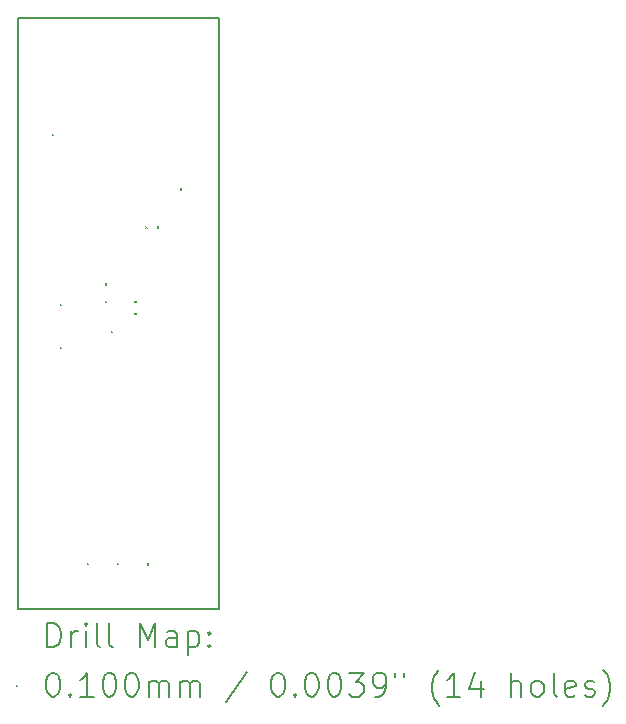
<source format=gbr>
%TF.GenerationSoftware,KiCad,Pcbnew,8.0.1*%
%TF.CreationDate,2024-10-17T14:11:02-05:00*%
%TF.ProjectId,sip-board,7369702d-626f-4617-9264-2e6b69636164,rev?*%
%TF.SameCoordinates,Original*%
%TF.FileFunction,Drillmap*%
%TF.FilePolarity,Positive*%
%FSLAX45Y45*%
G04 Gerber Fmt 4.5, Leading zero omitted, Abs format (unit mm)*
G04 Created by KiCad (PCBNEW 8.0.1) date 2024-10-17 14:11:02*
%MOMM*%
%LPD*%
G01*
G04 APERTURE LIST*
%ADD10C,0.200000*%
%ADD11C,0.100000*%
G04 APERTURE END LIST*
D10*
X13700000Y-7862000D02*
X15400000Y-7862000D01*
X15400000Y-12862000D01*
X13700000Y-12862000D01*
X13700000Y-7862000D01*
D11*
X13987000Y-8841000D02*
X13997000Y-8851000D01*
X13997000Y-8841000D02*
X13987000Y-8851000D01*
X14057000Y-10278000D02*
X14067000Y-10288000D01*
X14067000Y-10278000D02*
X14057000Y-10288000D01*
X14057000Y-10642000D02*
X14067000Y-10652000D01*
X14067000Y-10642000D02*
X14057000Y-10652000D01*
X14282000Y-12474000D02*
X14292000Y-12484000D01*
X14292000Y-12474000D02*
X14282000Y-12484000D01*
X14436000Y-10105000D02*
X14446000Y-10115000D01*
X14446000Y-10105000D02*
X14436000Y-10115000D01*
X14436000Y-10255000D02*
X14446000Y-10265000D01*
X14446000Y-10255000D02*
X14436000Y-10265000D01*
X14486000Y-10505000D02*
X14496000Y-10515000D01*
X14496000Y-10505000D02*
X14486000Y-10515000D01*
X14536000Y-12474000D02*
X14546000Y-12484000D01*
X14546000Y-12474000D02*
X14536000Y-12484000D01*
X14687000Y-10254000D02*
X14697000Y-10264000D01*
X14697000Y-10254000D02*
X14687000Y-10264000D01*
X14687000Y-10354000D02*
X14697000Y-10364000D01*
X14697000Y-10354000D02*
X14687000Y-10364000D01*
X14780000Y-9623000D02*
X14790000Y-9633000D01*
X14790000Y-9623000D02*
X14780000Y-9633000D01*
X14790000Y-12476000D02*
X14800000Y-12486000D01*
X14800000Y-12476000D02*
X14790000Y-12486000D01*
X14877000Y-9623000D02*
X14887000Y-9633000D01*
X14887000Y-9623000D02*
X14877000Y-9633000D01*
X15070000Y-9301000D02*
X15080000Y-9311000D01*
X15080000Y-9301000D02*
X15070000Y-9311000D01*
D10*
X13950777Y-13183484D02*
X13950777Y-12983484D01*
X13950777Y-12983484D02*
X13998396Y-12983484D01*
X13998396Y-12983484D02*
X14026967Y-12993008D01*
X14026967Y-12993008D02*
X14046015Y-13012055D01*
X14046015Y-13012055D02*
X14055539Y-13031103D01*
X14055539Y-13031103D02*
X14065062Y-13069198D01*
X14065062Y-13069198D02*
X14065062Y-13097769D01*
X14065062Y-13097769D02*
X14055539Y-13135865D01*
X14055539Y-13135865D02*
X14046015Y-13154912D01*
X14046015Y-13154912D02*
X14026967Y-13173960D01*
X14026967Y-13173960D02*
X13998396Y-13183484D01*
X13998396Y-13183484D02*
X13950777Y-13183484D01*
X14150777Y-13183484D02*
X14150777Y-13050150D01*
X14150777Y-13088246D02*
X14160301Y-13069198D01*
X14160301Y-13069198D02*
X14169824Y-13059674D01*
X14169824Y-13059674D02*
X14188872Y-13050150D01*
X14188872Y-13050150D02*
X14207920Y-13050150D01*
X14274586Y-13183484D02*
X14274586Y-13050150D01*
X14274586Y-12983484D02*
X14265062Y-12993008D01*
X14265062Y-12993008D02*
X14274586Y-13002531D01*
X14274586Y-13002531D02*
X14284110Y-12993008D01*
X14284110Y-12993008D02*
X14274586Y-12983484D01*
X14274586Y-12983484D02*
X14274586Y-13002531D01*
X14398396Y-13183484D02*
X14379348Y-13173960D01*
X14379348Y-13173960D02*
X14369824Y-13154912D01*
X14369824Y-13154912D02*
X14369824Y-12983484D01*
X14503158Y-13183484D02*
X14484110Y-13173960D01*
X14484110Y-13173960D02*
X14474586Y-13154912D01*
X14474586Y-13154912D02*
X14474586Y-12983484D01*
X14731729Y-13183484D02*
X14731729Y-12983484D01*
X14731729Y-12983484D02*
X14798396Y-13126341D01*
X14798396Y-13126341D02*
X14865062Y-12983484D01*
X14865062Y-12983484D02*
X14865062Y-13183484D01*
X15046015Y-13183484D02*
X15046015Y-13078722D01*
X15046015Y-13078722D02*
X15036491Y-13059674D01*
X15036491Y-13059674D02*
X15017443Y-13050150D01*
X15017443Y-13050150D02*
X14979348Y-13050150D01*
X14979348Y-13050150D02*
X14960301Y-13059674D01*
X15046015Y-13173960D02*
X15026967Y-13183484D01*
X15026967Y-13183484D02*
X14979348Y-13183484D01*
X14979348Y-13183484D02*
X14960301Y-13173960D01*
X14960301Y-13173960D02*
X14950777Y-13154912D01*
X14950777Y-13154912D02*
X14950777Y-13135865D01*
X14950777Y-13135865D02*
X14960301Y-13116817D01*
X14960301Y-13116817D02*
X14979348Y-13107293D01*
X14979348Y-13107293D02*
X15026967Y-13107293D01*
X15026967Y-13107293D02*
X15046015Y-13097769D01*
X15141253Y-13050150D02*
X15141253Y-13250150D01*
X15141253Y-13059674D02*
X15160301Y-13050150D01*
X15160301Y-13050150D02*
X15198396Y-13050150D01*
X15198396Y-13050150D02*
X15217443Y-13059674D01*
X15217443Y-13059674D02*
X15226967Y-13069198D01*
X15226967Y-13069198D02*
X15236491Y-13088246D01*
X15236491Y-13088246D02*
X15236491Y-13145388D01*
X15236491Y-13145388D02*
X15226967Y-13164436D01*
X15226967Y-13164436D02*
X15217443Y-13173960D01*
X15217443Y-13173960D02*
X15198396Y-13183484D01*
X15198396Y-13183484D02*
X15160301Y-13183484D01*
X15160301Y-13183484D02*
X15141253Y-13173960D01*
X15322205Y-13164436D02*
X15331729Y-13173960D01*
X15331729Y-13173960D02*
X15322205Y-13183484D01*
X15322205Y-13183484D02*
X15312682Y-13173960D01*
X15312682Y-13173960D02*
X15322205Y-13164436D01*
X15322205Y-13164436D02*
X15322205Y-13183484D01*
X15322205Y-13059674D02*
X15331729Y-13069198D01*
X15331729Y-13069198D02*
X15322205Y-13078722D01*
X15322205Y-13078722D02*
X15312682Y-13069198D01*
X15312682Y-13069198D02*
X15322205Y-13059674D01*
X15322205Y-13059674D02*
X15322205Y-13078722D01*
D11*
X13680000Y-13507000D02*
X13690000Y-13517000D01*
X13690000Y-13507000D02*
X13680000Y-13517000D01*
D10*
X13988872Y-13403484D02*
X14007920Y-13403484D01*
X14007920Y-13403484D02*
X14026967Y-13413008D01*
X14026967Y-13413008D02*
X14036491Y-13422531D01*
X14036491Y-13422531D02*
X14046015Y-13441579D01*
X14046015Y-13441579D02*
X14055539Y-13479674D01*
X14055539Y-13479674D02*
X14055539Y-13527293D01*
X14055539Y-13527293D02*
X14046015Y-13565388D01*
X14046015Y-13565388D02*
X14036491Y-13584436D01*
X14036491Y-13584436D02*
X14026967Y-13593960D01*
X14026967Y-13593960D02*
X14007920Y-13603484D01*
X14007920Y-13603484D02*
X13988872Y-13603484D01*
X13988872Y-13603484D02*
X13969824Y-13593960D01*
X13969824Y-13593960D02*
X13960301Y-13584436D01*
X13960301Y-13584436D02*
X13950777Y-13565388D01*
X13950777Y-13565388D02*
X13941253Y-13527293D01*
X13941253Y-13527293D02*
X13941253Y-13479674D01*
X13941253Y-13479674D02*
X13950777Y-13441579D01*
X13950777Y-13441579D02*
X13960301Y-13422531D01*
X13960301Y-13422531D02*
X13969824Y-13413008D01*
X13969824Y-13413008D02*
X13988872Y-13403484D01*
X14141253Y-13584436D02*
X14150777Y-13593960D01*
X14150777Y-13593960D02*
X14141253Y-13603484D01*
X14141253Y-13603484D02*
X14131729Y-13593960D01*
X14131729Y-13593960D02*
X14141253Y-13584436D01*
X14141253Y-13584436D02*
X14141253Y-13603484D01*
X14341253Y-13603484D02*
X14226967Y-13603484D01*
X14284110Y-13603484D02*
X14284110Y-13403484D01*
X14284110Y-13403484D02*
X14265062Y-13432055D01*
X14265062Y-13432055D02*
X14246015Y-13451103D01*
X14246015Y-13451103D02*
X14226967Y-13460627D01*
X14465062Y-13403484D02*
X14484110Y-13403484D01*
X14484110Y-13403484D02*
X14503158Y-13413008D01*
X14503158Y-13413008D02*
X14512682Y-13422531D01*
X14512682Y-13422531D02*
X14522205Y-13441579D01*
X14522205Y-13441579D02*
X14531729Y-13479674D01*
X14531729Y-13479674D02*
X14531729Y-13527293D01*
X14531729Y-13527293D02*
X14522205Y-13565388D01*
X14522205Y-13565388D02*
X14512682Y-13584436D01*
X14512682Y-13584436D02*
X14503158Y-13593960D01*
X14503158Y-13593960D02*
X14484110Y-13603484D01*
X14484110Y-13603484D02*
X14465062Y-13603484D01*
X14465062Y-13603484D02*
X14446015Y-13593960D01*
X14446015Y-13593960D02*
X14436491Y-13584436D01*
X14436491Y-13584436D02*
X14426967Y-13565388D01*
X14426967Y-13565388D02*
X14417443Y-13527293D01*
X14417443Y-13527293D02*
X14417443Y-13479674D01*
X14417443Y-13479674D02*
X14426967Y-13441579D01*
X14426967Y-13441579D02*
X14436491Y-13422531D01*
X14436491Y-13422531D02*
X14446015Y-13413008D01*
X14446015Y-13413008D02*
X14465062Y-13403484D01*
X14655539Y-13403484D02*
X14674586Y-13403484D01*
X14674586Y-13403484D02*
X14693634Y-13413008D01*
X14693634Y-13413008D02*
X14703158Y-13422531D01*
X14703158Y-13422531D02*
X14712682Y-13441579D01*
X14712682Y-13441579D02*
X14722205Y-13479674D01*
X14722205Y-13479674D02*
X14722205Y-13527293D01*
X14722205Y-13527293D02*
X14712682Y-13565388D01*
X14712682Y-13565388D02*
X14703158Y-13584436D01*
X14703158Y-13584436D02*
X14693634Y-13593960D01*
X14693634Y-13593960D02*
X14674586Y-13603484D01*
X14674586Y-13603484D02*
X14655539Y-13603484D01*
X14655539Y-13603484D02*
X14636491Y-13593960D01*
X14636491Y-13593960D02*
X14626967Y-13584436D01*
X14626967Y-13584436D02*
X14617443Y-13565388D01*
X14617443Y-13565388D02*
X14607920Y-13527293D01*
X14607920Y-13527293D02*
X14607920Y-13479674D01*
X14607920Y-13479674D02*
X14617443Y-13441579D01*
X14617443Y-13441579D02*
X14626967Y-13422531D01*
X14626967Y-13422531D02*
X14636491Y-13413008D01*
X14636491Y-13413008D02*
X14655539Y-13403484D01*
X14807920Y-13603484D02*
X14807920Y-13470150D01*
X14807920Y-13489198D02*
X14817443Y-13479674D01*
X14817443Y-13479674D02*
X14836491Y-13470150D01*
X14836491Y-13470150D02*
X14865063Y-13470150D01*
X14865063Y-13470150D02*
X14884110Y-13479674D01*
X14884110Y-13479674D02*
X14893634Y-13498722D01*
X14893634Y-13498722D02*
X14893634Y-13603484D01*
X14893634Y-13498722D02*
X14903158Y-13479674D01*
X14903158Y-13479674D02*
X14922205Y-13470150D01*
X14922205Y-13470150D02*
X14950777Y-13470150D01*
X14950777Y-13470150D02*
X14969824Y-13479674D01*
X14969824Y-13479674D02*
X14979348Y-13498722D01*
X14979348Y-13498722D02*
X14979348Y-13603484D01*
X15074586Y-13603484D02*
X15074586Y-13470150D01*
X15074586Y-13489198D02*
X15084110Y-13479674D01*
X15084110Y-13479674D02*
X15103158Y-13470150D01*
X15103158Y-13470150D02*
X15131729Y-13470150D01*
X15131729Y-13470150D02*
X15150777Y-13479674D01*
X15150777Y-13479674D02*
X15160301Y-13498722D01*
X15160301Y-13498722D02*
X15160301Y-13603484D01*
X15160301Y-13498722D02*
X15169824Y-13479674D01*
X15169824Y-13479674D02*
X15188872Y-13470150D01*
X15188872Y-13470150D02*
X15217443Y-13470150D01*
X15217443Y-13470150D02*
X15236491Y-13479674D01*
X15236491Y-13479674D02*
X15246015Y-13498722D01*
X15246015Y-13498722D02*
X15246015Y-13603484D01*
X15636491Y-13393960D02*
X15465063Y-13651103D01*
X15893634Y-13403484D02*
X15912682Y-13403484D01*
X15912682Y-13403484D02*
X15931729Y-13413008D01*
X15931729Y-13413008D02*
X15941253Y-13422531D01*
X15941253Y-13422531D02*
X15950777Y-13441579D01*
X15950777Y-13441579D02*
X15960301Y-13479674D01*
X15960301Y-13479674D02*
X15960301Y-13527293D01*
X15960301Y-13527293D02*
X15950777Y-13565388D01*
X15950777Y-13565388D02*
X15941253Y-13584436D01*
X15941253Y-13584436D02*
X15931729Y-13593960D01*
X15931729Y-13593960D02*
X15912682Y-13603484D01*
X15912682Y-13603484D02*
X15893634Y-13603484D01*
X15893634Y-13603484D02*
X15874586Y-13593960D01*
X15874586Y-13593960D02*
X15865063Y-13584436D01*
X15865063Y-13584436D02*
X15855539Y-13565388D01*
X15855539Y-13565388D02*
X15846015Y-13527293D01*
X15846015Y-13527293D02*
X15846015Y-13479674D01*
X15846015Y-13479674D02*
X15855539Y-13441579D01*
X15855539Y-13441579D02*
X15865063Y-13422531D01*
X15865063Y-13422531D02*
X15874586Y-13413008D01*
X15874586Y-13413008D02*
X15893634Y-13403484D01*
X16046015Y-13584436D02*
X16055539Y-13593960D01*
X16055539Y-13593960D02*
X16046015Y-13603484D01*
X16046015Y-13603484D02*
X16036491Y-13593960D01*
X16036491Y-13593960D02*
X16046015Y-13584436D01*
X16046015Y-13584436D02*
X16046015Y-13603484D01*
X16179348Y-13403484D02*
X16198396Y-13403484D01*
X16198396Y-13403484D02*
X16217444Y-13413008D01*
X16217444Y-13413008D02*
X16226967Y-13422531D01*
X16226967Y-13422531D02*
X16236491Y-13441579D01*
X16236491Y-13441579D02*
X16246015Y-13479674D01*
X16246015Y-13479674D02*
X16246015Y-13527293D01*
X16246015Y-13527293D02*
X16236491Y-13565388D01*
X16236491Y-13565388D02*
X16226967Y-13584436D01*
X16226967Y-13584436D02*
X16217444Y-13593960D01*
X16217444Y-13593960D02*
X16198396Y-13603484D01*
X16198396Y-13603484D02*
X16179348Y-13603484D01*
X16179348Y-13603484D02*
X16160301Y-13593960D01*
X16160301Y-13593960D02*
X16150777Y-13584436D01*
X16150777Y-13584436D02*
X16141253Y-13565388D01*
X16141253Y-13565388D02*
X16131729Y-13527293D01*
X16131729Y-13527293D02*
X16131729Y-13479674D01*
X16131729Y-13479674D02*
X16141253Y-13441579D01*
X16141253Y-13441579D02*
X16150777Y-13422531D01*
X16150777Y-13422531D02*
X16160301Y-13413008D01*
X16160301Y-13413008D02*
X16179348Y-13403484D01*
X16369825Y-13403484D02*
X16388872Y-13403484D01*
X16388872Y-13403484D02*
X16407920Y-13413008D01*
X16407920Y-13413008D02*
X16417444Y-13422531D01*
X16417444Y-13422531D02*
X16426967Y-13441579D01*
X16426967Y-13441579D02*
X16436491Y-13479674D01*
X16436491Y-13479674D02*
X16436491Y-13527293D01*
X16436491Y-13527293D02*
X16426967Y-13565388D01*
X16426967Y-13565388D02*
X16417444Y-13584436D01*
X16417444Y-13584436D02*
X16407920Y-13593960D01*
X16407920Y-13593960D02*
X16388872Y-13603484D01*
X16388872Y-13603484D02*
X16369825Y-13603484D01*
X16369825Y-13603484D02*
X16350777Y-13593960D01*
X16350777Y-13593960D02*
X16341253Y-13584436D01*
X16341253Y-13584436D02*
X16331729Y-13565388D01*
X16331729Y-13565388D02*
X16322206Y-13527293D01*
X16322206Y-13527293D02*
X16322206Y-13479674D01*
X16322206Y-13479674D02*
X16331729Y-13441579D01*
X16331729Y-13441579D02*
X16341253Y-13422531D01*
X16341253Y-13422531D02*
X16350777Y-13413008D01*
X16350777Y-13413008D02*
X16369825Y-13403484D01*
X16503158Y-13403484D02*
X16626967Y-13403484D01*
X16626967Y-13403484D02*
X16560301Y-13479674D01*
X16560301Y-13479674D02*
X16588872Y-13479674D01*
X16588872Y-13479674D02*
X16607920Y-13489198D01*
X16607920Y-13489198D02*
X16617444Y-13498722D01*
X16617444Y-13498722D02*
X16626967Y-13517769D01*
X16626967Y-13517769D02*
X16626967Y-13565388D01*
X16626967Y-13565388D02*
X16617444Y-13584436D01*
X16617444Y-13584436D02*
X16607920Y-13593960D01*
X16607920Y-13593960D02*
X16588872Y-13603484D01*
X16588872Y-13603484D02*
X16531729Y-13603484D01*
X16531729Y-13603484D02*
X16512682Y-13593960D01*
X16512682Y-13593960D02*
X16503158Y-13584436D01*
X16722206Y-13603484D02*
X16760301Y-13603484D01*
X16760301Y-13603484D02*
X16779349Y-13593960D01*
X16779349Y-13593960D02*
X16788872Y-13584436D01*
X16788872Y-13584436D02*
X16807920Y-13555865D01*
X16807920Y-13555865D02*
X16817444Y-13517769D01*
X16817444Y-13517769D02*
X16817444Y-13441579D01*
X16817444Y-13441579D02*
X16807920Y-13422531D01*
X16807920Y-13422531D02*
X16798396Y-13413008D01*
X16798396Y-13413008D02*
X16779349Y-13403484D01*
X16779349Y-13403484D02*
X16741253Y-13403484D01*
X16741253Y-13403484D02*
X16722206Y-13413008D01*
X16722206Y-13413008D02*
X16712682Y-13422531D01*
X16712682Y-13422531D02*
X16703158Y-13441579D01*
X16703158Y-13441579D02*
X16703158Y-13489198D01*
X16703158Y-13489198D02*
X16712682Y-13508246D01*
X16712682Y-13508246D02*
X16722206Y-13517769D01*
X16722206Y-13517769D02*
X16741253Y-13527293D01*
X16741253Y-13527293D02*
X16779349Y-13527293D01*
X16779349Y-13527293D02*
X16798396Y-13517769D01*
X16798396Y-13517769D02*
X16807920Y-13508246D01*
X16807920Y-13508246D02*
X16817444Y-13489198D01*
X16893634Y-13403484D02*
X16893634Y-13441579D01*
X16969825Y-13403484D02*
X16969825Y-13441579D01*
X17265063Y-13679674D02*
X17255539Y-13670150D01*
X17255539Y-13670150D02*
X17236491Y-13641579D01*
X17236491Y-13641579D02*
X17226968Y-13622531D01*
X17226968Y-13622531D02*
X17217444Y-13593960D01*
X17217444Y-13593960D02*
X17207920Y-13546341D01*
X17207920Y-13546341D02*
X17207920Y-13508246D01*
X17207920Y-13508246D02*
X17217444Y-13460627D01*
X17217444Y-13460627D02*
X17226968Y-13432055D01*
X17226968Y-13432055D02*
X17236491Y-13413008D01*
X17236491Y-13413008D02*
X17255539Y-13384436D01*
X17255539Y-13384436D02*
X17265063Y-13374912D01*
X17446015Y-13603484D02*
X17331730Y-13603484D01*
X17388872Y-13603484D02*
X17388872Y-13403484D01*
X17388872Y-13403484D02*
X17369825Y-13432055D01*
X17369825Y-13432055D02*
X17350777Y-13451103D01*
X17350777Y-13451103D02*
X17331730Y-13460627D01*
X17617444Y-13470150D02*
X17617444Y-13603484D01*
X17569825Y-13393960D02*
X17522206Y-13536817D01*
X17522206Y-13536817D02*
X17646015Y-13536817D01*
X17874587Y-13603484D02*
X17874587Y-13403484D01*
X17960301Y-13603484D02*
X17960301Y-13498722D01*
X17960301Y-13498722D02*
X17950777Y-13479674D01*
X17950777Y-13479674D02*
X17931730Y-13470150D01*
X17931730Y-13470150D02*
X17903158Y-13470150D01*
X17903158Y-13470150D02*
X17884111Y-13479674D01*
X17884111Y-13479674D02*
X17874587Y-13489198D01*
X18084111Y-13603484D02*
X18065063Y-13593960D01*
X18065063Y-13593960D02*
X18055539Y-13584436D01*
X18055539Y-13584436D02*
X18046015Y-13565388D01*
X18046015Y-13565388D02*
X18046015Y-13508246D01*
X18046015Y-13508246D02*
X18055539Y-13489198D01*
X18055539Y-13489198D02*
X18065063Y-13479674D01*
X18065063Y-13479674D02*
X18084111Y-13470150D01*
X18084111Y-13470150D02*
X18112682Y-13470150D01*
X18112682Y-13470150D02*
X18131730Y-13479674D01*
X18131730Y-13479674D02*
X18141253Y-13489198D01*
X18141253Y-13489198D02*
X18150777Y-13508246D01*
X18150777Y-13508246D02*
X18150777Y-13565388D01*
X18150777Y-13565388D02*
X18141253Y-13584436D01*
X18141253Y-13584436D02*
X18131730Y-13593960D01*
X18131730Y-13593960D02*
X18112682Y-13603484D01*
X18112682Y-13603484D02*
X18084111Y-13603484D01*
X18265063Y-13603484D02*
X18246015Y-13593960D01*
X18246015Y-13593960D02*
X18236492Y-13574912D01*
X18236492Y-13574912D02*
X18236492Y-13403484D01*
X18417444Y-13593960D02*
X18398396Y-13603484D01*
X18398396Y-13603484D02*
X18360301Y-13603484D01*
X18360301Y-13603484D02*
X18341253Y-13593960D01*
X18341253Y-13593960D02*
X18331730Y-13574912D01*
X18331730Y-13574912D02*
X18331730Y-13498722D01*
X18331730Y-13498722D02*
X18341253Y-13479674D01*
X18341253Y-13479674D02*
X18360301Y-13470150D01*
X18360301Y-13470150D02*
X18398396Y-13470150D01*
X18398396Y-13470150D02*
X18417444Y-13479674D01*
X18417444Y-13479674D02*
X18426968Y-13498722D01*
X18426968Y-13498722D02*
X18426968Y-13517769D01*
X18426968Y-13517769D02*
X18331730Y-13536817D01*
X18503158Y-13593960D02*
X18522206Y-13603484D01*
X18522206Y-13603484D02*
X18560301Y-13603484D01*
X18560301Y-13603484D02*
X18579349Y-13593960D01*
X18579349Y-13593960D02*
X18588873Y-13574912D01*
X18588873Y-13574912D02*
X18588873Y-13565388D01*
X18588873Y-13565388D02*
X18579349Y-13546341D01*
X18579349Y-13546341D02*
X18560301Y-13536817D01*
X18560301Y-13536817D02*
X18531730Y-13536817D01*
X18531730Y-13536817D02*
X18512682Y-13527293D01*
X18512682Y-13527293D02*
X18503158Y-13508246D01*
X18503158Y-13508246D02*
X18503158Y-13498722D01*
X18503158Y-13498722D02*
X18512682Y-13479674D01*
X18512682Y-13479674D02*
X18531730Y-13470150D01*
X18531730Y-13470150D02*
X18560301Y-13470150D01*
X18560301Y-13470150D02*
X18579349Y-13479674D01*
X18655539Y-13679674D02*
X18665063Y-13670150D01*
X18665063Y-13670150D02*
X18684111Y-13641579D01*
X18684111Y-13641579D02*
X18693634Y-13622531D01*
X18693634Y-13622531D02*
X18703158Y-13593960D01*
X18703158Y-13593960D02*
X18712682Y-13546341D01*
X18712682Y-13546341D02*
X18712682Y-13508246D01*
X18712682Y-13508246D02*
X18703158Y-13460627D01*
X18703158Y-13460627D02*
X18693634Y-13432055D01*
X18693634Y-13432055D02*
X18684111Y-13413008D01*
X18684111Y-13413008D02*
X18665063Y-13384436D01*
X18665063Y-13384436D02*
X18655539Y-13374912D01*
M02*

</source>
